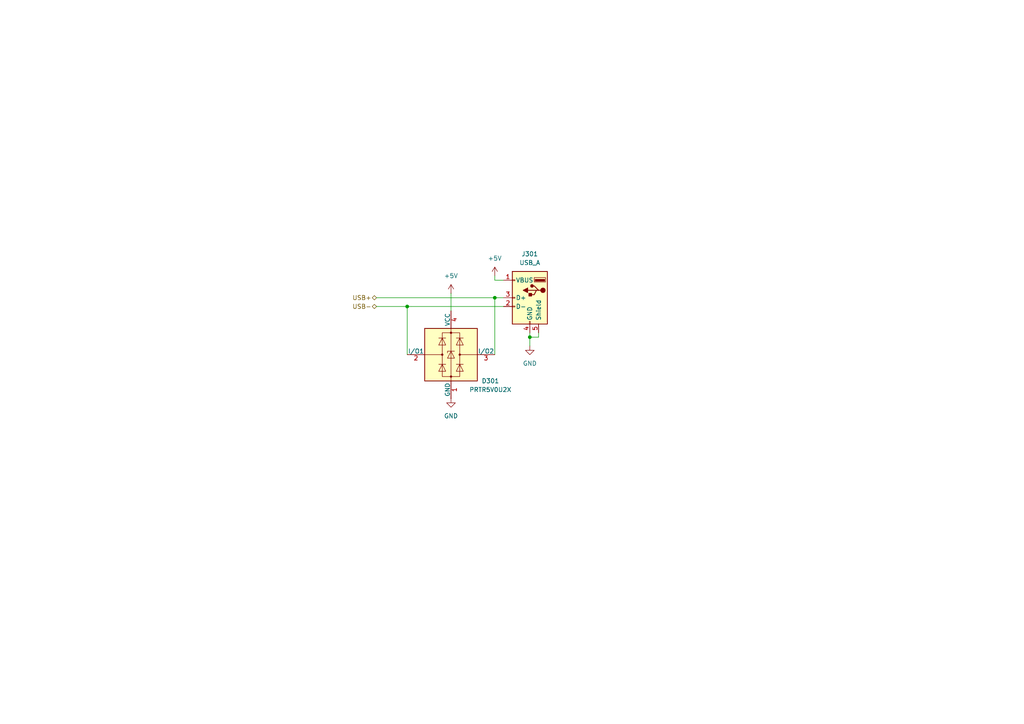
<source format=kicad_sch>
(kicad_sch (version 20231120) (generator "eeschema") (generator_version "8.0")
  (paper "A4")
  (lib_symbols
    (symbol "Connector:USB_A" (pin_names (offset 1.016))
      (property "Reference" "J" (at -5.08 11.43 0))
      (property "Value" "USB_A" (at -5.08 8.89 0))
      (symbol "USB_A_0_1"
        (rectangle (start -5.08 -7.62) (end 5.08 7.62) (stroke (width 0.254)) (fill (type background)))
        (circle (center -3.81 2.159) (radius 0.635) (stroke (width 0.254)) (fill (type outline)))
        (rectangle (start -1.524 4.826) (end -4.318 5.334) (fill (type outline)))
        (rectangle (start -1.27 4.572) (end -4.572 5.842))
        (circle (center -0.635 3.429) (radius 0.381) (stroke (width 0.254)) (fill (type outline)))
        (rectangle (start -0.127 -7.62) (end 0.127 -6.858))
        (polyline (pts (xy -3.175 2.159) (xy -2.54 2.159) (xy -1.27 3.429) (xy -0.635 3.429)) (stroke (width 0.254)))
        (polyline (pts (xy -2.54 2.159) (xy -1.905 2.159) (xy -1.27 0.889) (xy 0 0.889)) (stroke (width 0.254)))
        (polyline (pts (xy 0.635 2.794) (xy 0.635 1.524) (xy 1.905 2.159) (xy 0.635 2.794)) (stroke (width 0.254)) (fill (type outline)))
        (rectangle (start 0.254 1.27) (end -0.508 0.508) (stroke (width 0.254)) (fill (type outline)))
        (rectangle (start 5.08 -2.667) (end 4.318 -2.413))
        (rectangle (start 5.08 -0.127) (end 4.318 0.127))
        (rectangle (start 5.08 4.953) (end 4.318 5.207))
      )
      (symbol "USB_A_1_1"
        (polyline (pts (xy -1.905 2.159) (xy 0.635 2.159)) (stroke (width 0.254)))
        (pin power_in line (at 7.62 5.08 180) (length 2.54) (name "VBUS") (number "1"))
        (pin bidirectional line (at 7.62 -2.54 180) (length 2.54) (name "D-") (number "2"))
        (pin bidirectional line (at 7.62 0 180) (length 2.54) (name "D+") (number "3"))
        (pin power_in line (at 0 -10.16 90) (length 2.54) (name "GND") (number "4"))
        (pin passive line (at -2.54 -10.16 90) (length 2.54) (name "Shield") (number "5"))
      )
    )
    (symbol "Power_Protection:PRTR5V0U2X" (pin_names (offset 0))
      (property "Reference" "D" (at 2.794 8.636 0))
      (property "Value" "PRTR5V0U2X" (at 8.128 -9.398 0))
      (symbol "PRTR5V0U2X_0_1"
        (rectangle (start -7.62 -7.62) (end 7.62 7.62) (stroke (width 0.254)) (fill (type background)))
        (circle (center -2.54 0) (radius 0.254) (fill (type outline)))
        (rectangle (start -2.54 6.35) (end 2.54 -6.35))
        (circle (center 0 -6.35) (radius 0.254) (fill (type outline)))
        (polyline (pts (xy -2.54 0) (xy -7.62 0)))
        (polyline (pts (xy -1.524 -2.794) (xy -3.556 -2.794)))
        (polyline (pts (xy -1.524 4.826) (xy -3.556 4.826)))
        (polyline (pts (xy 0 -7.62) (xy 0 7.62)))
        (polyline (pts (xy 1.524 -2.794) (xy 3.556 -2.794)))
        (polyline (pts (xy 1.524 4.826) (xy 3.556 4.826)))
        (polyline (pts (xy 2.54 0) (xy 7.62 0)))
        (polyline (pts (xy 1.016 1.016) (xy -1.016 1.016) (xy -1.016 0.508)))
        (polyline (pts (xy -3.556 -4.826) (xy -1.524 -4.826) (xy -2.54 -2.794) (xy -3.556 -4.826)))
        (polyline (pts (xy -3.556 2.794) (xy -1.524 2.794) (xy -2.54 4.826) (xy -3.556 2.794)))
        (polyline (pts (xy -1.016 -1.016) (xy 1.016 -1.016) (xy 0 1.016) (xy -1.016 -1.016)))
        (polyline (pts (xy 3.556 -4.826) (xy 1.524 -4.826) (xy 2.54 -2.794) (xy 3.556 -4.826)))
        (polyline (pts (xy 3.556 2.794) (xy 1.524 2.794) (xy 2.54 4.826) (xy 3.556 2.794)))
        (circle (center 0 6.35) (radius 0.254) (fill (type outline)))
        (circle (center 2.54 0) (radius 0.254) (fill (type outline)))
      )
      (symbol "PRTR5V0U2X_1_1"
        (pin passive line (at 0 -12.7 90) (length 5.08) (name "GND") (number "1"))
        (pin passive line (at -12.7 0 0) (length 5.08) (name "I/O1") (number "2"))
        (pin passive line (at 12.7 0 180) (length 5.08) (name "I/O2") (number "3"))
        (pin passive line (at 0 12.7 270) (length 5.08) (name "VCC") (number "4"))
      )
    )
    (symbol "power:+5V" (power) (pin_numbers hide) (pin_names (offset 0) hide)
      (property "Value" "+5V" (at 0 3.556 0))
      (symbol "+5V_0_1"
        (polyline (pts (xy -0.762 1.27) (xy 0 2.54)))
        (polyline (pts (xy 0 0) (xy 0 2.54)))
        (polyline (pts (xy 0 2.54) (xy 0.762 1.27)))
      )
      (symbol "+5V_1_1"
        (pin power_in line (at 0 0 90) (length 0) (name "~") (number "1"))
      )
    )
    (symbol "power:GND" (power) (pin_numbers hide) (pin_names (offset 0) hide)
      (property "Value" "GND" (at 0 -3.81 0))
      (symbol "GND_0_1"
        (polyline (pts (xy 0 0) (xy 0 -1.27) (xy 1.27 -1.27) (xy 0 -2.54) (xy -1.27 -1.27) (xy 0 -1.27)))
      )
      (symbol "GND_1_1"
        (pin power_in line (at 0 0 270) (length 0) (name "~") (number "1"))
      )
    )
  )
  (junction (at 118.11 88.9))
  (junction (at 143.51 86.36))
  (junction (at 153.67 97.79))
  (wire (pts (xy 143.51 86.36) (xy 143.51 102.87)))
  (wire (pts (xy 156.21 97.79) (xy 153.67 97.79)))
  (wire (pts (xy 156.21 96.52) (xy 156.21 97.79)))
  (wire (pts (xy 153.67 96.52) (xy 153.67 97.79)))
  (wire (pts (xy 118.11 88.9) (xy 118.11 102.87)))
  (wire (pts (xy 143.51 80.01) (xy 143.51 81.28)))
  (wire (pts (xy 143.51 86.36) (xy 109.22 86.36)))
  (wire (pts (xy 143.51 81.28) (xy 146.05 81.28)))
  (wire (pts (xy 118.11 88.9) (xy 109.22 88.9)))
  (wire (pts (xy 146.05 86.36) (xy 143.51 86.36)))
  (wire (pts (xy 146.05 88.9) (xy 118.11 88.9)))
  (wire (pts (xy 130.81 85.09) (xy 130.81 90.17)))
  (wire (pts (xy 153.67 97.79) (xy 153.67 100.33)))
  (hierarchical_label "USB+" (shape bidirectional) (at 109.22 86.36 180))
  (hierarchical_label "USB-" (shape bidirectional) (at 109.22 88.9 180))
  (symbol (lib_id "power:+5V") (at 130.81 85.09 0) (unit 1)
    (property "Reference" "#PWR0301" (effects (hide yes)))
    (property "Value" "+5V" (at 130.81 80.01 0))
    (property "Description" "Power symbol creates a global label with name \"+5V\"" (effects (hide yes)))
    (instances (project "mini-usb-c-hub" (path "" (reference "#PWR0301") (unit 1)) (path "" (reference "#PWR0401") (unit 1)) (path "" (reference "#PWR0501") (unit 1))))
  )
  (symbol (lib_id "power:GND") (at 130.81 115.57 0) (unit 1)
    (property "Reference" "#PWR0302" (effects (hide yes)))
    (property "Value" "GND" (at 130.81 120.65 0))
    (property "Description" "Power symbol creates a global label with name \"GND\" , ground" (effects (hide yes)))
    (instances (project "mini-usb-c-hub" (path "" (reference "#PWR0302") (unit 1)) (path "" (reference "#PWR0402") (unit 1)) (path "" (reference "#PWR0502") (unit 1))))
  )
  (symbol (lib_id "Power_Protection:PRTR5V0U2X") (at 130.81 102.87 0) (unit 1)
    (property "Reference" "D301" (at 142.24 110.49 0))
    (property "Value" "PRTR5V0U2X" (at 142.24 113.03 0))
    (property "Footprint" "Package_TO_SOT_SMD:SOT-143" (effects (hide yes)))
    (property "Datasheet" "https://assets.nexperia.com/documents/data-sheet/PRTR5V0U2X.pdf" (effects (hide yes)))
    (property "Description" "Ultra low capacitance double rail-to-rail ESD protection diode, SOT-143" (effects (hide yes)))
    (instances (project "mini-usb-c-hub" (path "" (reference "D301") (unit 1)) (path "" (reference "D401") (unit 1)) (path "" (reference "D501") (unit 1))))
  )
  (symbol (lib_id "Connector:USB_A") (at 153.67 86.36 0) (mirror y) (unit 1)
    (property "Reference" "J301" (at 153.67 73.66 0))
    (property "Value" "USB_A" (at 153.67 76.2 0))
    (property "Footprint" "Connector_USB:USB_A_Molex_67643_Horizontal" (effects (hide yes)))
    (property "Description" "USB Type A connector" (effects (hide yes)))
    (instances (project "mini-usb-c-hub" (path "" (reference "J301") (unit 1)) (path "" (reference "J401") (unit 1)) (path "" (reference "J501") (unit 1))))
  )
  (symbol (lib_id "power:+5V") (at 143.51 80.01 0) (unit 1)
    (property "Reference" "#PWR0303" (effects (hide yes)))
    (property "Value" "+5V" (at 143.51 74.93 0))
    (property "Description" "Power symbol creates a global label with name \"+5V\"" (effects (hide yes)))
    (instances (project "mini-usb-c-hub" (path "" (reference "#PWR0303") (unit 1)) (path "" (reference "#PWR0403") (unit 1)) (path "" (reference "#PWR0503") (unit 1))))
  )
  (symbol (lib_id "power:GND") (at 153.67 100.33 0) (unit 1)
    (property "Reference" "#PWR0304" (effects (hide yes)))
    (property "Value" "GND" (at 153.67 105.41 0))
    (property "Description" "Power symbol creates a global label with name \"GND\" , ground" (effects (hide yes)))
    (instances (project "mini-usb-c-hub" (path "" (reference "#PWR0304") (unit 1)) (path "" (reference "#PWR0404") (unit 1)) (path "" (reference "#PWR0504") (unit 1))))
  )
)
</source>
